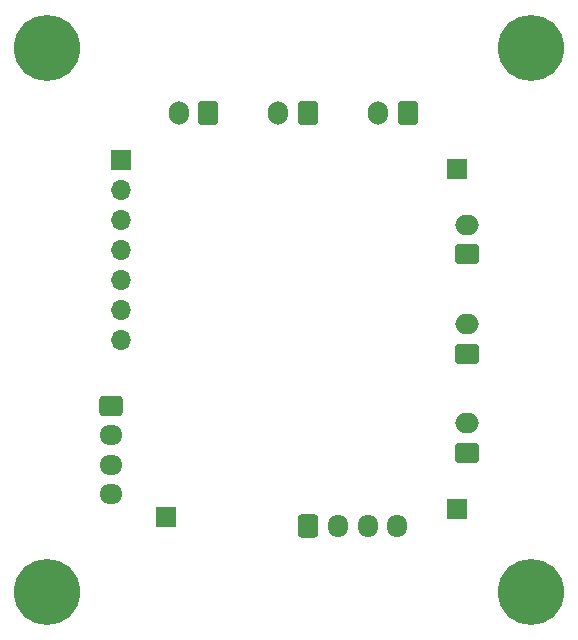
<source format=gbs>
G04 #@! TF.GenerationSoftware,KiCad,Pcbnew,(6.0.9)*
G04 #@! TF.CreationDate,2023-02-23T12:45:50+09:00*
G04 #@! TF.ProjectId,AMS_Temp_SMD,414d535f-5465-46d7-905f-534d442e6b69,rev?*
G04 #@! TF.SameCoordinates,Original*
G04 #@! TF.FileFunction,Soldermask,Bot*
G04 #@! TF.FilePolarity,Negative*
%FSLAX46Y46*%
G04 Gerber Fmt 4.6, Leading zero omitted, Abs format (unit mm)*
G04 Created by KiCad (PCBNEW (6.0.9)) date 2023-02-23 12:45:50*
%MOMM*%
%LPD*%
G01*
G04 APERTURE LIST*
G04 Aperture macros list*
%AMRoundRect*
0 Rectangle with rounded corners*
0 $1 Rounding radius*
0 $2 $3 $4 $5 $6 $7 $8 $9 X,Y pos of 4 corners*
0 Add a 4 corners polygon primitive as box body*
4,1,4,$2,$3,$4,$5,$6,$7,$8,$9,$2,$3,0*
0 Add four circle primitives for the rounded corners*
1,1,$1+$1,$2,$3*
1,1,$1+$1,$4,$5*
1,1,$1+$1,$6,$7*
1,1,$1+$1,$8,$9*
0 Add four rect primitives between the rounded corners*
20,1,$1+$1,$2,$3,$4,$5,0*
20,1,$1+$1,$4,$5,$6,$7,0*
20,1,$1+$1,$6,$7,$8,$9,0*
20,1,$1+$1,$8,$9,$2,$3,0*%
G04 Aperture macros list end*
%ADD10RoundRect,0.250000X0.600000X0.750000X-0.600000X0.750000X-0.600000X-0.750000X0.600000X-0.750000X0*%
%ADD11O,1.700000X2.000000*%
%ADD12RoundRect,0.250000X0.750000X-0.600000X0.750000X0.600000X-0.750000X0.600000X-0.750000X-0.600000X0*%
%ADD13O,2.000000X1.700000*%
%ADD14C,5.600000*%
%ADD15R,1.700000X1.700000*%
%ADD16RoundRect,0.250000X-0.600000X-0.725000X0.600000X-0.725000X0.600000X0.725000X-0.600000X0.725000X0*%
%ADD17O,1.700000X1.950000*%
%ADD18RoundRect,0.250000X-0.725000X0.600000X-0.725000X-0.600000X0.725000X-0.600000X0.725000X0.600000X0*%
%ADD19O,1.950000X1.700000*%
%ADD20O,1.700000X1.700000*%
G04 APERTURE END LIST*
D10*
G04 #@! TO.C,J5*
X122100000Y-63450000D03*
D11*
X119600000Y-63450000D03*
G04 #@! TD*
D10*
G04 #@! TO.C,J4*
X130550000Y-63450000D03*
D11*
X128050000Y-63450000D03*
G04 #@! TD*
D10*
G04 #@! TO.C,J6*
X113650000Y-63450000D03*
D11*
X111150000Y-63450000D03*
G04 #@! TD*
D12*
G04 #@! TO.C,J7*
X135550000Y-92250000D03*
D13*
X135550000Y-89750000D03*
G04 #@! TD*
D14*
G04 #@! TO.C,REF\u002A\u002A*
X141000000Y-58000000D03*
G04 #@! TD*
D12*
G04 #@! TO.C,J3*
X135550000Y-75450000D03*
D13*
X135550000Y-72950000D03*
G04 #@! TD*
D15*
G04 #@! TO.C,J12*
X110125000Y-97700000D03*
G04 #@! TD*
D14*
G04 #@! TO.C,REF\u002A\u002A*
X100000000Y-58000000D03*
G04 #@! TD*
D15*
G04 #@! TO.C,J10*
X134700000Y-68175000D03*
G04 #@! TD*
D16*
G04 #@! TO.C,J2*
X122150000Y-98450000D03*
D17*
X124650000Y-98450000D03*
X127150000Y-98450000D03*
X129650000Y-98450000D03*
G04 #@! TD*
D14*
G04 #@! TO.C,REF\u002A\u002A*
X141000000Y-104000000D03*
G04 #@! TD*
G04 #@! TO.C,REF\u002A\u002A*
X100000000Y-104000000D03*
G04 #@! TD*
D18*
G04 #@! TO.C,J1*
X105450000Y-88250000D03*
D19*
X105450000Y-90750000D03*
X105450000Y-93250000D03*
X105450000Y-95750000D03*
G04 #@! TD*
D15*
G04 #@! TO.C,J9*
X134700000Y-96975000D03*
G04 #@! TD*
G04 #@! TO.C,J11*
X106300000Y-67450000D03*
D20*
X106300000Y-69990000D03*
X106300000Y-72530000D03*
X106300000Y-75070000D03*
X106300000Y-77610000D03*
X106300000Y-80150000D03*
X106300000Y-82690000D03*
G04 #@! TD*
D12*
G04 #@! TO.C,J8*
X135550000Y-83850000D03*
D13*
X135550000Y-81350000D03*
G04 #@! TD*
M02*

</source>
